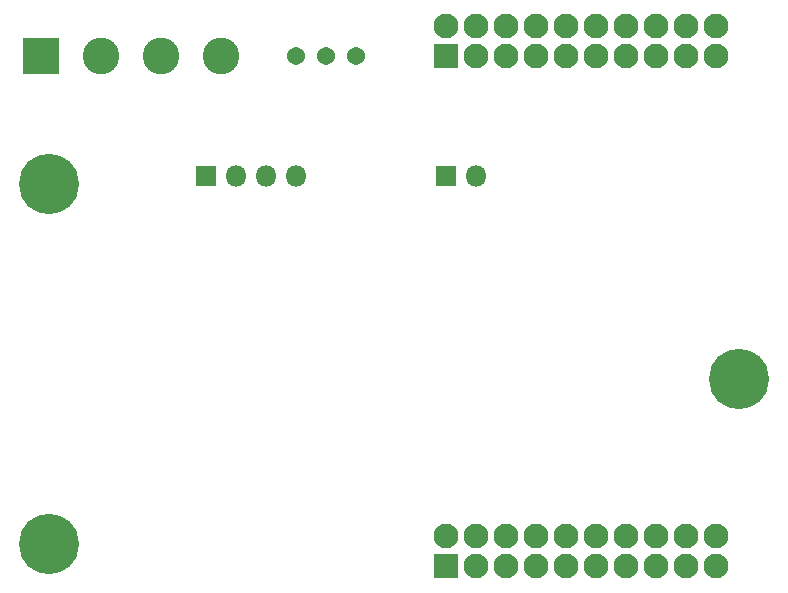
<source format=gbr>
%TF.GenerationSoftware,KiCad,Pcbnew,(5.1.6)-1*%
%TF.CreationDate,2021-07-08T16:07:49-06:00*%
%TF.ProjectId,Thermocouple Gauge,54686572-6d6f-4636-9f75-706c65204761,rev?*%
%TF.SameCoordinates,Original*%
%TF.FileFunction,Soldermask,Bot*%
%TF.FilePolarity,Negative*%
%FSLAX46Y46*%
G04 Gerber Fmt 4.6, Leading zero omitted, Abs format (unit mm)*
G04 Created by KiCad (PCBNEW (5.1.6)-1) date 2021-07-08 16:07:49*
%MOMM*%
%LPD*%
G01*
G04 APERTURE LIST*
%ADD10C,5.100000*%
%ADD11C,3.100000*%
%ADD12R,3.100000X3.100000*%
%ADD13C,2.100000*%
%ADD14R,2.100000X2.100000*%
%ADD15R,1.800000X1.800000*%
%ADD16O,1.800000X1.800000*%
%ADD17C,1.540000*%
G04 APERTURE END LIST*
D10*
%TO.C,REF\u002A\u002A*%
X159385000Y-107315000D03*
%TD*%
%TO.C,REF\u002A\u002A*%
X217805000Y-123825000D03*
%TD*%
%TO.C,REF\u002A\u002A*%
X159385000Y-137795000D03*
%TD*%
D11*
%TO.C,J1*%
X173990000Y-96520000D03*
D12*
X158750000Y-96520000D03*
D11*
X168910000Y-96520000D03*
X163830000Y-96520000D03*
%TD*%
D13*
%TO.C,J2*%
X215900000Y-137160000D03*
X213360000Y-137160000D03*
X210820000Y-137160000D03*
X208280000Y-137160000D03*
X205740000Y-137160000D03*
X203200000Y-137160000D03*
X200660000Y-137160000D03*
X198120000Y-137160000D03*
X195580000Y-137160000D03*
X193040000Y-137160000D03*
X215900000Y-139700000D03*
X213360000Y-139700000D03*
X210820000Y-139700000D03*
X208280000Y-139700000D03*
X205740000Y-139700000D03*
X203200000Y-139700000D03*
X200660000Y-139700000D03*
X198120000Y-139700000D03*
X195580000Y-139700000D03*
D14*
X193040000Y-139700000D03*
%TD*%
%TO.C,J3*%
X193040000Y-96520000D03*
D13*
X195580000Y-96520000D03*
X198120000Y-96520000D03*
X200660000Y-96520000D03*
X203200000Y-96520000D03*
X205740000Y-96520000D03*
X208280000Y-96520000D03*
X210820000Y-96520000D03*
X213360000Y-96520000D03*
X215900000Y-96520000D03*
X193040000Y-93980000D03*
X195580000Y-93980000D03*
X198120000Y-93980000D03*
X200660000Y-93980000D03*
X203200000Y-93980000D03*
X205740000Y-93980000D03*
X208280000Y-93980000D03*
X210820000Y-93980000D03*
X213360000Y-93980000D03*
X215900000Y-93980000D03*
%TD*%
D15*
%TO.C,J4*%
X193040000Y-106680000D03*
D16*
X195580000Y-106680000D03*
%TD*%
D15*
%TO.C,J5*%
X172720000Y-106680000D03*
D16*
X175260000Y-106680000D03*
X177800000Y-106680000D03*
X180340000Y-106680000D03*
%TD*%
D17*
%TO.C,RV1*%
X180340000Y-96520000D03*
X182880000Y-96520000D03*
X185420000Y-96520000D03*
%TD*%
M02*

</source>
